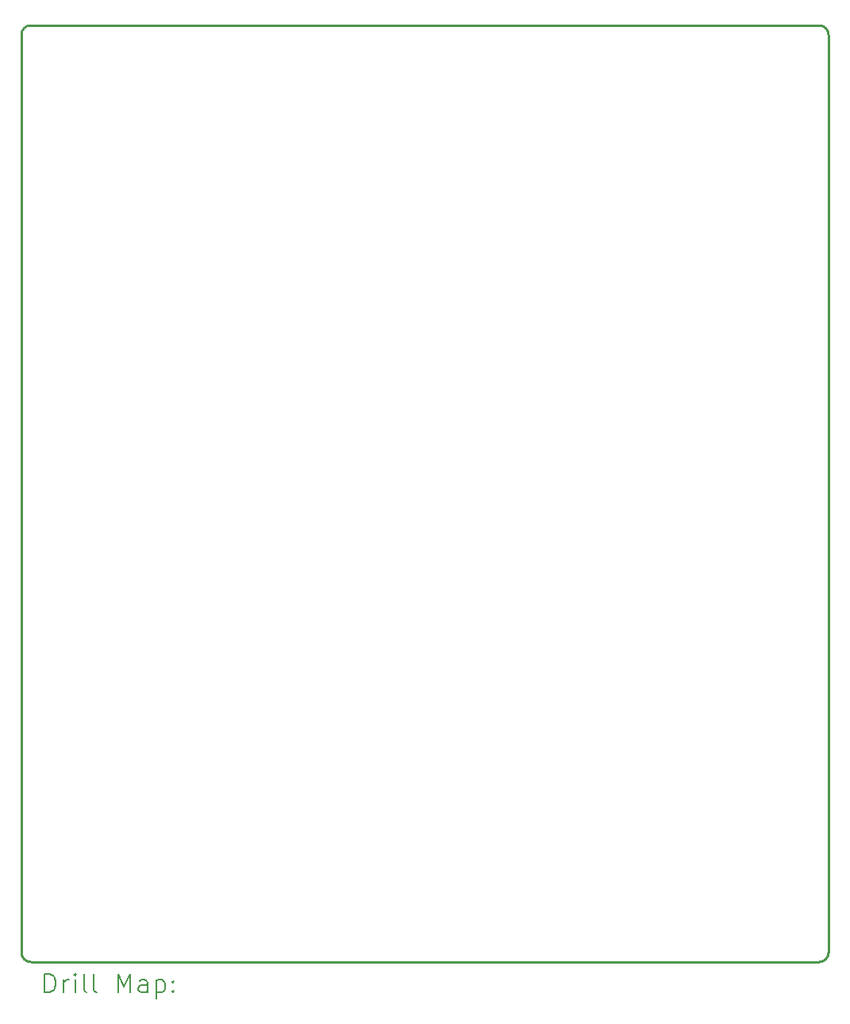
<source format=gbr>
%TF.GenerationSoftware,KiCad,Pcbnew,8.0.7*%
%TF.CreationDate,2025-03-19T13:37:56-04:00*%
%TF.ProjectId,dyno_inst_3,64796e6f-5f69-46e7-9374-5f332e6b6963,rev?*%
%TF.SameCoordinates,Original*%
%TF.FileFunction,Drillmap*%
%TF.FilePolarity,Positive*%
%FSLAX45Y45*%
G04 Gerber Fmt 4.5, Leading zero omitted, Abs format (unit mm)*
G04 Created by KiCad (PCBNEW 8.0.7) date 2025-03-19 13:37:56*
%MOMM*%
%LPD*%
G01*
G04 APERTURE LIST*
%ADD10C,0.250000*%
%ADD11C,0.200000*%
G04 APERTURE END LIST*
D10*
X20598100Y-11602200D02*
G75*
G02*
X20498100Y-11702200I-100000J0D01*
G01*
X20498100Y-11702200D02*
X12087500Y-11702200D01*
X11987500Y-11602200D02*
X11987500Y-1820000D01*
X11987500Y-1820000D02*
G75*
G02*
X12087500Y-1720000I100000J0D01*
G01*
X20498100Y-1720000D02*
G75*
G02*
X20598100Y-1820000I0J-100000D01*
G01*
X12087500Y-1720000D02*
X20498100Y-1720000D01*
X20598100Y-1820000D02*
X20598100Y-11602200D01*
X12087500Y-11702200D02*
G75*
G02*
X11987500Y-11602200I0J100000D01*
G01*
D11*
X12235777Y-12026184D02*
X12235777Y-11826184D01*
X12235777Y-11826184D02*
X12283396Y-11826184D01*
X12283396Y-11826184D02*
X12311967Y-11835708D01*
X12311967Y-11835708D02*
X12331015Y-11854755D01*
X12331015Y-11854755D02*
X12340539Y-11873803D01*
X12340539Y-11873803D02*
X12350062Y-11911898D01*
X12350062Y-11911898D02*
X12350062Y-11940469D01*
X12350062Y-11940469D02*
X12340539Y-11978565D01*
X12340539Y-11978565D02*
X12331015Y-11997612D01*
X12331015Y-11997612D02*
X12311967Y-12016660D01*
X12311967Y-12016660D02*
X12283396Y-12026184D01*
X12283396Y-12026184D02*
X12235777Y-12026184D01*
X12435777Y-12026184D02*
X12435777Y-11892850D01*
X12435777Y-11930946D02*
X12445301Y-11911898D01*
X12445301Y-11911898D02*
X12454824Y-11902374D01*
X12454824Y-11902374D02*
X12473872Y-11892850D01*
X12473872Y-11892850D02*
X12492920Y-11892850D01*
X12559586Y-12026184D02*
X12559586Y-11892850D01*
X12559586Y-11826184D02*
X12550062Y-11835708D01*
X12550062Y-11835708D02*
X12559586Y-11845231D01*
X12559586Y-11845231D02*
X12569110Y-11835708D01*
X12569110Y-11835708D02*
X12559586Y-11826184D01*
X12559586Y-11826184D02*
X12559586Y-11845231D01*
X12683396Y-12026184D02*
X12664348Y-12016660D01*
X12664348Y-12016660D02*
X12654824Y-11997612D01*
X12654824Y-11997612D02*
X12654824Y-11826184D01*
X12788158Y-12026184D02*
X12769110Y-12016660D01*
X12769110Y-12016660D02*
X12759586Y-11997612D01*
X12759586Y-11997612D02*
X12759586Y-11826184D01*
X13016729Y-12026184D02*
X13016729Y-11826184D01*
X13016729Y-11826184D02*
X13083396Y-11969041D01*
X13083396Y-11969041D02*
X13150062Y-11826184D01*
X13150062Y-11826184D02*
X13150062Y-12026184D01*
X13331015Y-12026184D02*
X13331015Y-11921422D01*
X13331015Y-11921422D02*
X13321491Y-11902374D01*
X13321491Y-11902374D02*
X13302443Y-11892850D01*
X13302443Y-11892850D02*
X13264348Y-11892850D01*
X13264348Y-11892850D02*
X13245301Y-11902374D01*
X13331015Y-12016660D02*
X13311967Y-12026184D01*
X13311967Y-12026184D02*
X13264348Y-12026184D01*
X13264348Y-12026184D02*
X13245301Y-12016660D01*
X13245301Y-12016660D02*
X13235777Y-11997612D01*
X13235777Y-11997612D02*
X13235777Y-11978565D01*
X13235777Y-11978565D02*
X13245301Y-11959517D01*
X13245301Y-11959517D02*
X13264348Y-11949993D01*
X13264348Y-11949993D02*
X13311967Y-11949993D01*
X13311967Y-11949993D02*
X13331015Y-11940469D01*
X13426253Y-11892850D02*
X13426253Y-12092850D01*
X13426253Y-11902374D02*
X13445301Y-11892850D01*
X13445301Y-11892850D02*
X13483396Y-11892850D01*
X13483396Y-11892850D02*
X13502443Y-11902374D01*
X13502443Y-11902374D02*
X13511967Y-11911898D01*
X13511967Y-11911898D02*
X13521491Y-11930946D01*
X13521491Y-11930946D02*
X13521491Y-11988088D01*
X13521491Y-11988088D02*
X13511967Y-12007136D01*
X13511967Y-12007136D02*
X13502443Y-12016660D01*
X13502443Y-12016660D02*
X13483396Y-12026184D01*
X13483396Y-12026184D02*
X13445301Y-12026184D01*
X13445301Y-12026184D02*
X13426253Y-12016660D01*
X13607205Y-12007136D02*
X13616729Y-12016660D01*
X13616729Y-12016660D02*
X13607205Y-12026184D01*
X13607205Y-12026184D02*
X13597682Y-12016660D01*
X13597682Y-12016660D02*
X13607205Y-12007136D01*
X13607205Y-12007136D02*
X13607205Y-12026184D01*
X13607205Y-11902374D02*
X13616729Y-11911898D01*
X13616729Y-11911898D02*
X13607205Y-11921422D01*
X13607205Y-11921422D02*
X13597682Y-11911898D01*
X13597682Y-11911898D02*
X13607205Y-11902374D01*
X13607205Y-11902374D02*
X13607205Y-11921422D01*
M02*

</source>
